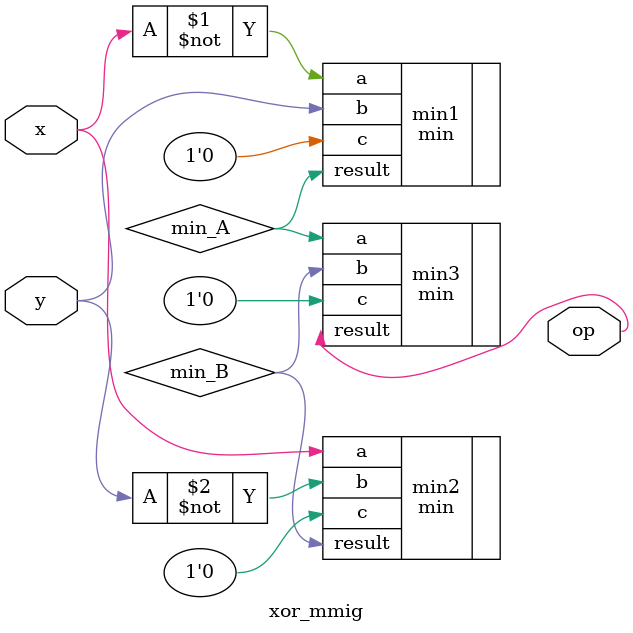
<source format=v>
`timescale 1ns / 1ps
module xor_mmig(
   input x,
   input y,
   output op            
    );
    
    wire min_A, min_B;
    //this combination is same for MIG and mMIG so can use this in mMIG
    min min1 (.a(~x), .b(y), .c(1'b0), .result(min_A));
    min min2 (.a(x), .b(~y), .c(1'b0), .result(min_B));
    min min3 (.a(min_A), .b(min_B), .c(1'b0), .result(op));
    
endmodule
</source>
